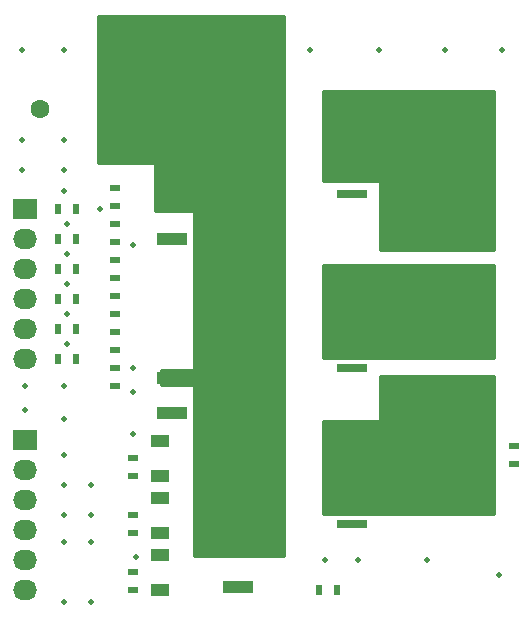
<source format=gbr>
G04 #@! TF.FileFunction,Soldermask,Top*
%FSLAX46Y46*%
G04 Gerber Fmt 4.6, Leading zero omitted, Abs format (unit mm)*
G04 Created by KiCad (PCBNEW (2015-05-26 BZR 5684)-product) date Thu 13 Aug 2015 05:18:35 PM PDT*
%MOMM*%
G01*
G04 APERTURE LIST*
%ADD10C,0.100000*%
%ADD11C,0.508000*%
%ADD12R,2.500000X1.000000*%
%ADD13R,1.600000X1.000000*%
%ADD14R,2.032000X1.727200*%
%ADD15O,2.032000X1.727200*%
%ADD16C,1.600000*%
%ADD17R,7.620000X10.160000*%
%ADD18R,2.540000X0.700000*%
%ADD19R,0.500000X0.900000*%
%ADD20R,0.900000X0.500000*%
%ADD21C,0.254000*%
G04 APERTURE END LIST*
D10*
D11*
X167132000Y-85090000D03*
X167132000Y-83566000D03*
X163322000Y-83566000D03*
X163322000Y-85090000D03*
X163322000Y-86868000D03*
X163322000Y-88392000D03*
X163322000Y-89662000D03*
X163322000Y-91440000D03*
X163322000Y-93472000D03*
X167132000Y-86868000D03*
X167132000Y-88392000D03*
X167132000Y-89916000D03*
X167132000Y-91440000D03*
X167132000Y-93472000D03*
X167132000Y-95250000D03*
X163322000Y-100330000D03*
X163322000Y-99060000D03*
X163322000Y-98044000D03*
X167132000Y-98044000D03*
X167132000Y-99060000D03*
X167132000Y-100330000D03*
X167132000Y-101600000D03*
X167132000Y-102870000D03*
X163322000Y-102870000D03*
X163322000Y-104394000D03*
X167132000Y-104394000D03*
X167132000Y-114046000D03*
X167132000Y-116078000D03*
X167132000Y-117856000D03*
X163322000Y-117856000D03*
X163322000Y-116078000D03*
X163322000Y-114046000D03*
X167132000Y-112014000D03*
X163322000Y-112014000D03*
X163322000Y-109982000D03*
X167132000Y-109982000D03*
X167132000Y-107950000D03*
X138176000Y-111760000D03*
X138176000Y-95758000D03*
X132588000Y-93980000D03*
X132588000Y-96520000D03*
X132588000Y-99060000D03*
X132588000Y-101600000D03*
X132588000Y-104140000D03*
X135382000Y-92710000D03*
X132334000Y-79248000D03*
X128778000Y-79248000D03*
X159004000Y-79248000D03*
X164592000Y-79248000D03*
X169418000Y-79248000D03*
X153162000Y-79248000D03*
X138176000Y-106172000D03*
X138176000Y-108204000D03*
X129032000Y-109728000D03*
X129032000Y-107696000D03*
X132334000Y-107696000D03*
X132334000Y-110490000D03*
X132334000Y-120904000D03*
X134620000Y-120904000D03*
X134620000Y-116078000D03*
X132334000Y-116078000D03*
X154432000Y-122428000D03*
X157226000Y-122428000D03*
X163068000Y-122428000D03*
X169164000Y-123698000D03*
X132334000Y-125984000D03*
X138430000Y-122174000D03*
X134620000Y-125984000D03*
X132334000Y-113538000D03*
X134620000Y-118618000D03*
X132334000Y-118618000D03*
X132334000Y-91186000D03*
X128778000Y-89408000D03*
X132334000Y-89408000D03*
X132334000Y-86868000D03*
X128778000Y-86868000D03*
D12*
X141478000Y-106958000D03*
X141478000Y-109958000D03*
D13*
X140462000Y-115292000D03*
X140462000Y-112292000D03*
D12*
X147066000Y-121690000D03*
X147066000Y-124690000D03*
D13*
X140462000Y-120118000D03*
X140462000Y-117118000D03*
D12*
X141478000Y-92226000D03*
X141478000Y-95226000D03*
D13*
X140462000Y-124944000D03*
X140462000Y-121944000D03*
D14*
X129032000Y-92710000D03*
D15*
X129032000Y-95250000D03*
X129032000Y-97790000D03*
X129032000Y-100330000D03*
X129032000Y-102870000D03*
X129032000Y-105410000D03*
D14*
X129032000Y-112268000D03*
D15*
X129032000Y-114808000D03*
X129032000Y-117348000D03*
X129032000Y-119888000D03*
X129032000Y-122428000D03*
X129032000Y-124968000D03*
D16*
X163450000Y-107960000D03*
X163450000Y-101610000D03*
X163450000Y-95260000D03*
X136662000Y-84200000D03*
X130312000Y-84200000D03*
D17*
X147193000Y-87630000D03*
D18*
X156718000Y-91440000D03*
X156718000Y-90170000D03*
X156718000Y-88900000D03*
X156718000Y-86360000D03*
X156718000Y-85090000D03*
X156718000Y-83820000D03*
D17*
X147193000Y-102362000D03*
D18*
X156718000Y-106172000D03*
X156718000Y-104902000D03*
X156718000Y-103632000D03*
X156718000Y-101092000D03*
X156718000Y-99822000D03*
X156718000Y-98552000D03*
D17*
X147193000Y-115570000D03*
D18*
X156718000Y-119380000D03*
X156718000Y-118110000D03*
X156718000Y-116840000D03*
X156718000Y-114300000D03*
X156718000Y-113030000D03*
X156718000Y-111760000D03*
D19*
X133338000Y-92710000D03*
X131838000Y-92710000D03*
X133338000Y-95250000D03*
X131838000Y-95250000D03*
D20*
X136652000Y-90944000D03*
X136652000Y-92444000D03*
X136652000Y-93992000D03*
X136652000Y-95492000D03*
X170434000Y-114288000D03*
X170434000Y-112788000D03*
X138176000Y-115304000D03*
X138176000Y-113804000D03*
D19*
X133338000Y-97790000D03*
X131838000Y-97790000D03*
X133338000Y-100330000D03*
X131838000Y-100330000D03*
D20*
X136652000Y-97040000D03*
X136652000Y-98540000D03*
X136652000Y-100088000D03*
X136652000Y-101588000D03*
X138176000Y-120130000D03*
X138176000Y-118630000D03*
D19*
X133338000Y-102870000D03*
X131838000Y-102870000D03*
X133338000Y-105410000D03*
X131838000Y-105410000D03*
D20*
X136652000Y-103136000D03*
X136652000Y-104636000D03*
X136652000Y-106184000D03*
X136652000Y-107684000D03*
D19*
X153936000Y-124968000D03*
X155436000Y-124968000D03*
D20*
X138176000Y-124956000D03*
X138176000Y-123456000D03*
D21*
G36*
X151003000Y-122047000D02*
X143383000Y-122047000D01*
X143383000Y-107569000D01*
X140589000Y-107569000D01*
X140589000Y-106299000D01*
X143383000Y-106299000D01*
X143383000Y-92837000D01*
X140081000Y-92837000D01*
X140081000Y-88773000D01*
X135255000Y-88773000D01*
X135255000Y-76327000D01*
X151003000Y-76327000D01*
X151003000Y-122047000D01*
X151003000Y-122047000D01*
G37*
X151003000Y-122047000D02*
X143383000Y-122047000D01*
X143383000Y-107569000D01*
X140589000Y-107569000D01*
X140589000Y-106299000D01*
X143383000Y-106299000D01*
X143383000Y-92837000D01*
X140081000Y-92837000D01*
X140081000Y-88773000D01*
X135255000Y-88773000D01*
X135255000Y-76327000D01*
X151003000Y-76327000D01*
X151003000Y-122047000D01*
G36*
X168783000Y-96139000D02*
X159131000Y-96139000D01*
X159131000Y-90297000D01*
X154305000Y-90297000D01*
X154305000Y-82677000D01*
X168783000Y-82677000D01*
X168783000Y-96139000D01*
X168783000Y-96139000D01*
G37*
X168783000Y-96139000D02*
X159131000Y-96139000D01*
X159131000Y-90297000D01*
X154305000Y-90297000D01*
X154305000Y-82677000D01*
X168783000Y-82677000D01*
X168783000Y-96139000D01*
G36*
X168783000Y-105283000D02*
X154305000Y-105283000D01*
X154305000Y-97409000D01*
X168783000Y-97409000D01*
X168783000Y-105283000D01*
X168783000Y-105283000D01*
G37*
X168783000Y-105283000D02*
X154305000Y-105283000D01*
X154305000Y-97409000D01*
X168783000Y-97409000D01*
X168783000Y-105283000D01*
G36*
X168783000Y-118491000D02*
X154305000Y-118491000D01*
X154305000Y-110617000D01*
X159131000Y-110617000D01*
X159131000Y-106807000D01*
X168783000Y-106807000D01*
X168783000Y-118491000D01*
X168783000Y-118491000D01*
G37*
X168783000Y-118491000D02*
X154305000Y-118491000D01*
X154305000Y-110617000D01*
X159131000Y-110617000D01*
X159131000Y-106807000D01*
X168783000Y-106807000D01*
X168783000Y-118491000D01*
M02*

</source>
